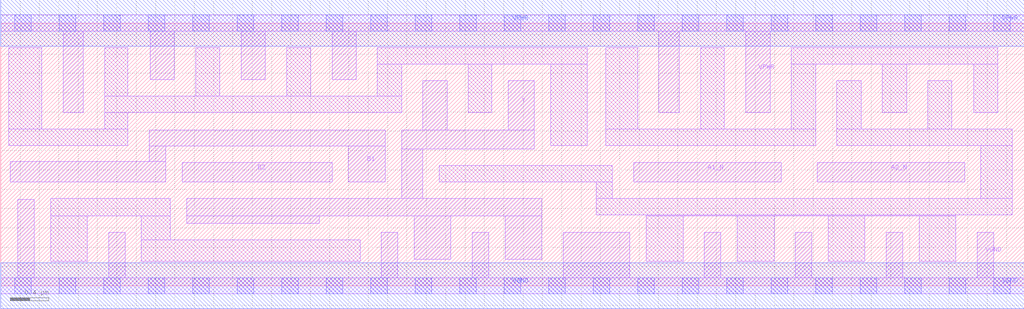
<source format=lef>
# Copyright 2020 The SkyWater PDK Authors
#
# Licensed under the Apache License, Version 2.0 (the "License");
# you may not use this file except in compliance with the License.
# You may obtain a copy of the License at
#
#     https://www.apache.org/licenses/LICENSE-2.0
#
# Unless required by applicable law or agreed to in writing, software
# distributed under the License is distributed on an "AS IS" BASIS,
# WITHOUT WARRANTIES OR CONDITIONS OF ANY KIND, either express or implied.
# See the License for the specific language governing permissions and
# limitations under the License.
#
# SPDX-License-Identifier: Apache-2.0

VERSION 5.7 ;
  NAMESCASESENSITIVE ON ;
  NOWIREEXTENSIONATPIN ON ;
  DIVIDERCHAR "/" ;
  BUSBITCHARS "[]" ;
UNITS
  DATABASE MICRONS 200 ;
END UNITS
PROPERTYDEFINITIONS
  MACRO maskLayoutSubType STRING ;
  MACRO prCellType STRING ;
  MACRO originalViewName STRING ;
END PROPERTYDEFINITIONS
MACRO sky130_fd_sc_hdll__a2bb2oi_4
  CLASS CORE ;
  FOREIGN sky130_fd_sc_hdll__a2bb2oi_4 ;
  ORIGIN  0.000000  0.000000 ;
  SIZE  10.58000 BY  2.720000 ;
  SYMMETRY X Y R90 ;
  SITE unithd ;
  PIN A1_N
    ANTENNAGATEAREA  1.110000 ;
    DIRECTION INPUT ;
    USE SIGNAL ;
    PORT
      LAYER li1 ;
        RECT 6.545000 1.075000 8.070000 1.275000 ;
    END
  END A1_N
  PIN A2_N
    ANTENNAGATEAREA  1.110000 ;
    DIRECTION INPUT ;
    USE SIGNAL ;
    PORT
      LAYER li1 ;
        RECT 8.440000 1.075000 9.965000 1.275000 ;
    END
  END A2_N
  PIN B1
    ANTENNAGATEAREA  1.110000 ;
    DIRECTION INPUT ;
    USE SIGNAL ;
    PORT
      LAYER li1 ;
        RECT 0.100000 1.075000 1.705000 1.285000 ;
        RECT 1.535000 1.285000 1.705000 1.445000 ;
        RECT 1.535000 1.445000 3.975000 1.615000 ;
        RECT 3.595000 1.075000 3.975000 1.445000 ;
    END
  END B1
  PIN B2
    ANTENNAGATEAREA  1.110000 ;
    DIRECTION INPUT ;
    USE SIGNAL ;
    PORT
      LAYER li1 ;
        RECT 1.875000 1.075000 3.425000 1.275000 ;
    END
  END B2
  PIN VGND
    ANTENNADIFFAREA  2.067000 ;
    DIRECTION INOUT ;
    USE SIGNAL ;
    PORT
      LAYER li1 ;
        RECT  0.000000 -0.085000 10.580000 0.085000 ;
        RECT  0.175000  0.085000  0.345000 0.895000 ;
        RECT  1.115000  0.085000  1.285000 0.555000 ;
        RECT  3.935000  0.085000  4.105000 0.555000 ;
        RECT  4.875000  0.085000  5.045000 0.555000 ;
        RECT  5.815000  0.085000  6.505000 0.555000 ;
        RECT  7.275000  0.085000  7.445000 0.555000 ;
        RECT  8.215000  0.085000  8.385000 0.555000 ;
        RECT  9.155000  0.085000  9.325000 0.555000 ;
        RECT 10.095000  0.085000 10.265000 0.555000 ;
      LAYER mcon ;
        RECT  0.145000 -0.085000  0.315000 0.085000 ;
        RECT  0.605000 -0.085000  0.775000 0.085000 ;
        RECT  1.065000 -0.085000  1.235000 0.085000 ;
        RECT  1.525000 -0.085000  1.695000 0.085000 ;
        RECT  1.985000 -0.085000  2.155000 0.085000 ;
        RECT  2.445000 -0.085000  2.615000 0.085000 ;
        RECT  2.905000 -0.085000  3.075000 0.085000 ;
        RECT  3.365000 -0.085000  3.535000 0.085000 ;
        RECT  3.825000 -0.085000  3.995000 0.085000 ;
        RECT  4.285000 -0.085000  4.455000 0.085000 ;
        RECT  4.745000 -0.085000  4.915000 0.085000 ;
        RECT  5.205000 -0.085000  5.375000 0.085000 ;
        RECT  5.665000 -0.085000  5.835000 0.085000 ;
        RECT  6.125000 -0.085000  6.295000 0.085000 ;
        RECT  6.585000 -0.085000  6.755000 0.085000 ;
        RECT  7.045000 -0.085000  7.215000 0.085000 ;
        RECT  7.505000 -0.085000  7.675000 0.085000 ;
        RECT  7.965000 -0.085000  8.135000 0.085000 ;
        RECT  8.425000 -0.085000  8.595000 0.085000 ;
        RECT  8.885000 -0.085000  9.055000 0.085000 ;
        RECT  9.345000 -0.085000  9.515000 0.085000 ;
        RECT  9.805000 -0.085000  9.975000 0.085000 ;
        RECT 10.265000 -0.085000 10.435000 0.085000 ;
      LAYER met1 ;
        RECT 0.000000 -0.240000 10.580000 0.240000 ;
    END
  END VGND
  PIN VPWR
    ANTENNADIFFAREA  1.740000 ;
    DIRECTION INOUT ;
    USE SIGNAL ;
    PORT
      LAYER li1 ;
        RECT 0.000000 2.635000 10.580000 2.805000 ;
        RECT 0.645000 1.795000  0.855000 2.635000 ;
        RECT 1.545000 2.135000  1.795000 2.635000 ;
        RECT 2.485000 2.135000  2.735000 2.635000 ;
        RECT 3.425000 2.135000  3.675000 2.635000 ;
        RECT 6.805000 1.795000  7.015000 2.635000 ;
        RECT 7.705000 1.795000  7.955000 2.635000 ;
      LAYER mcon ;
        RECT  0.145000 2.635000  0.315000 2.805000 ;
        RECT  0.605000 2.635000  0.775000 2.805000 ;
        RECT  1.065000 2.635000  1.235000 2.805000 ;
        RECT  1.525000 2.635000  1.695000 2.805000 ;
        RECT  1.985000 2.635000  2.155000 2.805000 ;
        RECT  2.445000 2.635000  2.615000 2.805000 ;
        RECT  2.905000 2.635000  3.075000 2.805000 ;
        RECT  3.365000 2.635000  3.535000 2.805000 ;
        RECT  3.825000 2.635000  3.995000 2.805000 ;
        RECT  4.285000 2.635000  4.455000 2.805000 ;
        RECT  4.745000 2.635000  4.915000 2.805000 ;
        RECT  5.205000 2.635000  5.375000 2.805000 ;
        RECT  5.665000 2.635000  5.835000 2.805000 ;
        RECT  6.125000 2.635000  6.295000 2.805000 ;
        RECT  6.585000 2.635000  6.755000 2.805000 ;
        RECT  7.045000 2.635000  7.215000 2.805000 ;
        RECT  7.505000 2.635000  7.675000 2.805000 ;
        RECT  7.965000 2.635000  8.135000 2.805000 ;
        RECT  8.425000 2.635000  8.595000 2.805000 ;
        RECT  8.885000 2.635000  9.055000 2.805000 ;
        RECT  9.345000 2.635000  9.515000 2.805000 ;
        RECT  9.805000 2.635000  9.975000 2.805000 ;
        RECT 10.265000 2.635000 10.435000 2.805000 ;
      LAYER met1 ;
        RECT 0.000000 2.480000 10.580000 2.960000 ;
    END
  END VPWR
  PIN Y
    ANTENNADIFFAREA  1.477000 ;
    DIRECTION OUTPUT ;
    USE SIGNAL ;
    PORT
      LAYER li1 ;
        RECT 1.925000 0.645000 3.295000 0.725000 ;
        RECT 1.925000 0.725000 5.595000 0.905000 ;
        RECT 4.145000 0.905000 4.365000 1.415000 ;
        RECT 4.145000 1.415000 5.515000 1.615000 ;
        RECT 4.275000 0.275000 4.655000 0.725000 ;
        RECT 4.365000 1.615000 4.615000 2.125000 ;
        RECT 5.215000 0.275000 5.595000 0.725000 ;
        RECT 5.245000 1.615000 5.515000 2.125000 ;
    END
  END Y
  OBS
    LAYER li1 ;
      RECT  0.085000 1.455000  1.315000 1.625000 ;
      RECT  0.085000 1.625000  0.425000 2.465000 ;
      RECT  0.515000 0.255000  0.895000 0.725000 ;
      RECT  0.515000 0.725000  1.755000 0.905000 ;
      RECT  1.075000 1.625000  1.315000 1.795000 ;
      RECT  1.075000 1.795000  4.145000 1.965000 ;
      RECT  1.075000 1.965000  1.315000 2.465000 ;
      RECT  1.455000 0.255000  3.715000 0.475000 ;
      RECT  1.455000 0.475000  1.755000 0.725000 ;
      RECT  2.015000 1.965000  2.265000 2.465000 ;
      RECT  2.955000 1.965000  3.205000 2.465000 ;
      RECT  3.895000 1.965000  4.145000 2.295000 ;
      RECT  3.895000 2.295000  6.065000 2.465000 ;
      RECT  4.535000 1.075000  6.325000 1.245000 ;
      RECT  4.835000 1.795000  5.075000 2.295000 ;
      RECT  5.685000 1.455000  6.065000 2.295000 ;
      RECT  6.155000 0.735000 10.460000 0.905000 ;
      RECT  6.155000 0.905000  6.325000 1.075000 ;
      RECT  6.255000 1.455000  8.425000 1.625000 ;
      RECT  6.255000 1.625000  6.585000 2.465000 ;
      RECT  6.675000 0.255000  7.055000 0.725000 ;
      RECT  6.675000 0.725000  9.875000 0.735000 ;
      RECT  7.240000 1.625000  7.480000 2.465000 ;
      RECT  7.615000 0.255000  7.995000 0.725000 ;
      RECT  8.175000 1.625000  8.425000 2.295000 ;
      RECT  8.175000 2.295000 10.310000 2.465000 ;
      RECT  8.555000 0.255000  8.935000 0.725000 ;
      RECT  8.645000 1.455000 10.460000 1.625000 ;
      RECT  8.645000 1.625000  8.895000 2.125000 ;
      RECT  9.115000 1.795000  9.365000 2.295000 ;
      RECT  9.495000 0.255000  9.875000 0.725000 ;
      RECT  9.585000 1.625000  9.835000 2.125000 ;
      RECT 10.060000 1.795000 10.310000 2.295000 ;
      RECT 10.135000 0.905000 10.460000 1.455000 ;
  END
  PROPERTY maskLayoutSubType "abstract" ;
  PROPERTY prCellType "standard" ;
  PROPERTY originalViewName "layout" ;
END sky130_fd_sc_hdll__a2bb2oi_4

</source>
